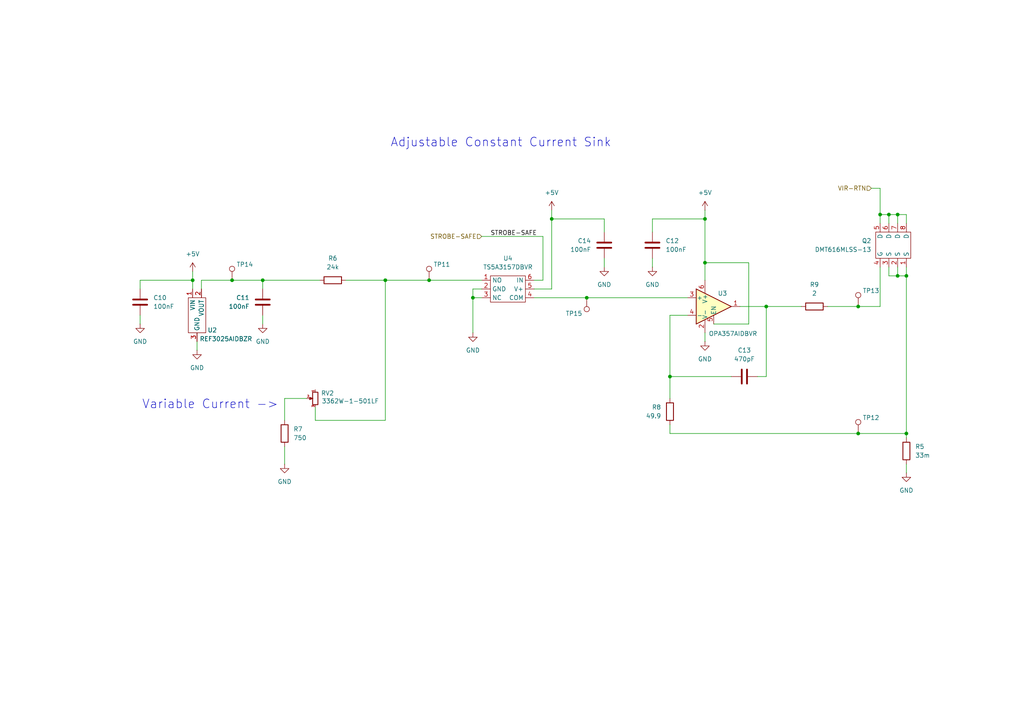
<source format=kicad_sch>
(kicad_sch (version 20250114) (generator "eeschema") (generator_version "9.0")
  (paper "A4")
  (title_block (title "Dual RPi5 Connector Board") (date "2025-09-04") (rev "Rev.1") (company "PiTrac"))
  (lib_symbols
    (symbol "Amplifier_Operational:TLV9061xDBV" (pin_names (offset 0.127))
      (property "Reference" "U3" (at 12.7 6.4202 0))
      (property "Value" "OPA357AIDBVR" (at 12.7 3.8802 0))
      (symbol "TLV9061xDBV_0_1"
        (polyline (pts (xy -5.08 5.08) (xy 5.08 0) (xy -5.08 -5.08) (xy -5.08 5.08)) (stroke (width 0.254)) (fill (type background)))
        (pin power_in line (at -2.54 -7.62 90) (length 3.81) (name "V-") (number "2"))
      )
      (symbol "TLV9061xDBV_1_1"
        (pin input line (at -7.62 2.54 0) (length 2.54) (name "+") (number "3"))
        (pin input line (at -7.62 -2.54 0) (length 2.54) (name "-") (number "4"))
        (pin power_in line (at -2.54 7.62 270) (length 3.81) (name "V+") (number "6"))
        (pin passive line (at 0 -5.08 90) (length 2.54) (name "EN") (number "5"))
        (pin output line (at 7.62 0 180) (length 2.54) (name "~") (number "1"))
      )
    )
    (symbol "Connector:TestPoint" (pin_numbers (hide yes)) (pin_names (offset 0.762) (hide yes))
      (property "Reference" "TP" (at 0 6.858 0))
      (property "Value" "TestPoint" (at 0 5.08 0))
      (symbol "TestPoint_0_1"
        (circle (center 0 3.302) (radius 0.762))
      )
      (symbol "TestPoint_1_1"
        (pin passive line (at 0 0 90) (length 2.54) (name "1") (number "1"))
      )
    )
    (symbol "Device:C" (pin_numbers (hide yes)) (pin_names (offset 0.254))
      (property "Reference" "C" (at 0.635 2.54 0))
      (property "Value" "C" (at 0.635 -2.54 0))
      (symbol "C_0_1"
        (polyline (pts (xy -2.032 0.762) (xy 2.032 0.762)) (stroke (width 0.508)))
        (polyline (pts (xy -2.032 -0.762) (xy 2.032 -0.762)) (stroke (width 0.508)))
      )
      (symbol "C_1_1"
        (pin passive line (at 0 3.81 270) (length 2.794) (name "~") (number "1"))
        (pin passive line (at 0 -3.81 90) (length 2.794) (name "~") (number "2"))
      )
    )
    (symbol "Device:R" (pin_numbers (hide yes)) (pin_names (offset 0))
      (property "Reference" "R" (at 2.032 0 90))
      (property "Value" "R" (at 0 0 90))
      (symbol "R_0_1"
        (rectangle (start -1.016 -2.54) (end 1.016 2.54) (stroke (width 0.254)))
      )
      (symbol "R_1_1"
        (pin passive line (at 0 3.81 270) (length 1.27) (name "~") (number "1"))
        (pin passive line (at 0 -3.81 90) (length 1.27) (name "~") (number "2"))
      )
    )
    (symbol "Device:R_Potentiometer_Small" (pin_names (offset 1.016) (hide yes))
      (property "Reference" "RV" (at -4.445 0 90))
      (property "Value" "R_Potentiometer_Small" (at -2.54 0 90))
      (symbol "R_Potentiometer_Small_0_1"
        (rectangle (start 0.762 1.8034) (end -0.762 -1.8034) (stroke (width 0.254)))
        (polyline (pts (xy 0.889 0) (xy 0.635 0) (xy 1.651 0.381) (xy 1.651 -0.381) (xy 0.635 0) (xy 0.889 0)) (fill (type outline)))
      )
      (symbol "R_Potentiometer_Small_1_1"
        (pin passive line (at 0 2.54 270) (length 0.635) (name "1") (number "1"))
        (pin passive line (at 0 -2.54 90) (length 0.635) (name "3") (number "3"))
        (pin passive line (at 2.54 0 180) (length 0.9906) (name "2") (number "2"))
      )
    )
    (symbol "Pi Connector Parts:DMT6012LSS-13"
      (property "Reference" "Q" (at -3.302 -6.35 0))
      (property "Value" "DMT6012LSS-13" (at 0 0 0))
      (symbol "DMT6012LSS-13_0_1"
        (rectangle (start -3.81 5.08) (end 3.81 -5.08))
      )
      (symbol "DMT6012LSS-13_1_1"
        (pin passive line (at -6.35 3.81 0) (length 2.54) (name "S") (number "1"))
        (pin passive line (at -6.35 1.27 0) (length 2.54) (name "S") (number "2"))
        (pin passive line (at -6.35 -1.27 0) (length 2.54) (name "S") (number "3"))
        (pin passive line (at -6.35 -3.81 0) (length 2.54) (name "G") (number "4"))
        (pin passive line (at 6.35 3.81 180) (length 2.54) (name "D") (number "8"))
        (pin passive line (at 6.35 1.27 180) (length 2.54) (name "D") (number "7"))
        (pin passive line (at 6.35 -1.27 180) (length 2.54) (name "D") (number "6"))
        (pin passive line (at 6.35 -3.81 180) (length 2.54) (name "D") (number "5"))
      )
    )
    (symbol "Pi Connector Parts:REF3025AIDBZR"
      (property "Reference" "U" (at -4.572 -3.556 0))
      (symbol "REF3025AIDBZR_0_1"
        (rectangle (start -5.08 2.54) (end 5.08 -2.54))
      )
      (symbol "REF3025AIDBZR_1_1"
        (pin passive line (at -7.62 1.27 0) (length 2.54) (name "VIN") (number "1"))
        (pin passive line (at -7.62 -1.27 0) (length 2.54) (name "VOUT") (number "2"))
        (pin passive line (at 7.62 0 180) (length 2.54) (name "GND") (number "3"))
      )
    )
    (symbol "Pi Connector Parts:TS5A3157DBVR"
      (property "Reference" "U" (at -4.572 4.826 0))
      (property "Value" "TS5A3157DBVR" (at 0 0 0))
      (symbol "TS5A3157DBVR_0_1"
        (rectangle (start -5.08 3.81) (end 5.08 -3.81))
      )
      (symbol "TS5A3157DBVR_1_1"
        (pin passive line (at -7.62 2.54 0) (length 2.54) (name "NO") (number "1"))
        (pin passive line (at -7.62 0 0) (length 2.54) (name "GND") (number "2"))
        (pin passive line (at -7.62 -2.54 0) (length 2.54) (name "NC") (number "3"))
        (pin passive line (at 7.62 2.54 180) (length 2.54) (name "IN") (number "6"))
        (pin passive line (at 7.62 0 180) (length 2.54) (name "V+") (number "5"))
        (pin passive line (at 7.62 -2.54 180) (length 2.54) (name "COM") (number "4"))
      )
    )
    (symbol "power:+5V" (power) (pin_numbers (hide yes)) (pin_names (offset 0) (hide yes))
      (property "Value" "+5V" (at 0 3.556 0))
      (symbol "+5V_0_1"
        (polyline (pts (xy -0.762 1.27) (xy 0 2.54)))
        (polyline (pts (xy 0 2.54) (xy 0.762 1.27)))
        (polyline (pts (xy 0 0) (xy 0 2.54)))
      )
      (symbol "+5V_1_1"
        (pin power_in line (at 0 0 90) (length 0) (name "~") (number "1"))
      )
    )
    (symbol "power:GND" (power) (pin_numbers (hide yes)) (pin_names (offset 0) (hide yes))
      (property "Value" "GND" (at 0 -3.81 0))
      (symbol "GND_0_1"
        (polyline (pts (xy 0 0) (xy 0 -1.27) (xy 1.27 -1.27) (xy 0 -2.54) (xy -1.27 -1.27) (xy 0 -1.27)))
      )
      (symbol "GND_1_1"
        (pin power_in line (at 0 0 270) (length 0) (name "~") (number "1"))
      )
    )
  )
  (text "Variable Current ->" (at 60.96 117.348 0) (effects (font (size 2.54 2.54))))
  (text "Adjustable Constant Current Sink" (at 145.288 41.402 0) (effects (font (size 2.54 2.54))))
  (junction (at 262.89 80.01))
  (junction (at 248.92 88.9))
  (junction (at 204.47 76.2))
  (junction (at 137.16 86.36))
  (junction (at 255.27 62.23))
  (junction (at 124.46 81.28))
  (junction (at 55.88 81.28))
  (junction (at 170.18 86.36))
  (junction (at 204.47 63.5))
  (junction (at 160.02 63.5))
  (junction (at 262.89 125.73))
  (junction (at 194.31 109.22))
  (junction (at 67.31 81.28))
  (junction (at 111.76 81.28))
  (junction (at 257.81 62.23))
  (junction (at 222.25 88.9))
  (junction (at 76.2 81.28))
  (junction (at 260.35 80.01))
  (junction (at 260.35 62.23))
  (junction (at 248.92 125.73))
  (wire (pts (xy 260.35 62.23) (xy 257.81 62.23)))
  (wire (pts (xy 257.81 62.23) (xy 257.81 64.77)))
  (wire (pts (xy 262.89 62.23) (xy 260.35 62.23)))
  (wire (pts (xy 240.03 88.9) (xy 248.92 88.9)))
  (wire (pts (xy 40.64 81.28) (xy 55.88 81.28)))
  (wire (pts (xy 194.31 123.19) (xy 194.31 125.73)))
  (wire (pts (xy 204.47 76.2) (xy 204.47 81.28)))
  (wire (pts (xy 262.89 77.47) (xy 262.89 80.01)))
  (wire (pts (xy 189.23 63.5) (xy 204.47 63.5)))
  (wire (pts (xy 214.63 88.9) (xy 222.25 88.9)))
  (wire (pts (xy 175.26 63.5) (xy 160.02 63.5)))
  (wire (pts (xy 40.64 91.44) (xy 40.64 93.98)))
  (wire (pts (xy 82.55 115.57) (xy 88.9 115.57)))
  (wire (pts (xy 76.2 91.44) (xy 76.2 93.98)))
  (wire (pts (xy 204.47 96.52) (xy 204.47 99.06)))
  (wire (pts (xy 137.16 86.36) (xy 137.16 96.52)))
  (wire (pts (xy 189.23 63.5) (xy 189.23 67.31)))
  (wire (pts (xy 111.76 81.28) (xy 124.46 81.28)))
  (wire (pts (xy 111.76 81.28) (xy 111.76 121.92)))
  (wire (pts (xy 139.7 83.82) (xy 137.16 83.82)))
  (wire (pts (xy 67.31 81.28) (xy 76.2 81.28)))
  (wire (pts (xy 255.27 62.23) (xy 255.27 64.77)))
  (wire (pts (xy 91.44 121.92) (xy 91.44 118.11)))
  (wire (pts (xy 111.76 121.92) (xy 91.44 121.92)))
  (wire (pts (xy 160.02 63.5) (xy 160.02 83.82)))
  (wire (pts (xy 260.35 62.23) (xy 260.35 64.77)))
  (wire (pts (xy 255.27 54.61) (xy 252.73 54.61)))
  (wire (pts (xy 194.31 125.73) (xy 248.92 125.73)))
  (wire (pts (xy 262.89 125.73) (xy 262.89 127)))
  (wire (pts (xy 199.39 91.44) (xy 194.31 91.44)))
  (wire (pts (xy 255.27 62.23) (xy 255.27 54.61)))
  (wire (pts (xy 262.89 134.62) (xy 262.89 137.16)))
  (wire (pts (xy 204.47 63.5) (xy 204.47 76.2)))
  (wire (pts (xy 170.18 86.36) (xy 199.39 86.36)))
  (wire (pts (xy 255.27 88.9) (xy 255.27 77.47)))
  (wire (pts (xy 194.31 91.44) (xy 194.31 109.22)))
  (wire (pts (xy 57.15 99.06) (xy 57.15 101.6)))
  (wire (pts (xy 257.81 77.47) (xy 257.81 80.01)))
  (wire (pts (xy 248.92 88.9) (xy 255.27 88.9)))
  (wire (pts (xy 217.17 93.98) (xy 217.17 76.2)))
  (wire (pts (xy 58.42 81.28) (xy 58.42 83.82)))
  (wire (pts (xy 55.88 81.28) (xy 55.88 83.82)))
  (wire (pts (xy 154.94 86.36) (xy 170.18 86.36)))
  (wire (pts (xy 137.16 83.82) (xy 137.16 86.36)))
  (wire (pts (xy 76.2 83.82) (xy 76.2 81.28)))
  (wire (pts (xy 260.35 80.01) (xy 257.81 80.01)))
  (wire (pts (xy 217.17 76.2) (xy 204.47 76.2)))
  (wire (pts (xy 160.02 60.96) (xy 160.02 63.5)))
  (wire (pts (xy 154.94 83.82) (xy 160.02 83.82)))
  (wire (pts (xy 40.64 83.82) (xy 40.64 81.28)))
  (wire (pts (xy 207.01 93.98) (xy 217.17 93.98)))
  (wire (pts (xy 76.2 81.28) (xy 92.71 81.28)))
  (wire (pts (xy 262.89 80.01) (xy 260.35 80.01)))
  (wire (pts (xy 222.25 88.9) (xy 222.25 109.22)))
  (wire (pts (xy 222.25 88.9) (xy 232.41 88.9)))
  (wire (pts (xy 194.31 109.22) (xy 194.31 115.57)))
  (wire (pts (xy 139.7 68.58) (xy 157.48 68.58)))
  (wire (pts (xy 124.46 81.28) (xy 139.7 81.28)))
  (wire (pts (xy 82.55 129.54) (xy 82.55 134.62)))
  (wire (pts (xy 257.81 62.23) (xy 255.27 62.23)))
  (wire (pts (xy 175.26 74.93) (xy 175.26 77.47)))
  (wire (pts (xy 100.33 81.28) (xy 111.76 81.28)))
  (wire (pts (xy 82.55 115.57) (xy 82.55 121.92)))
  (wire (pts (xy 204.47 60.96) (xy 204.47 63.5)))
  (wire (pts (xy 58.42 81.28) (xy 67.31 81.28)))
  (wire (pts (xy 260.35 77.47) (xy 260.35 80.01)))
  (wire (pts (xy 219.71 109.22) (xy 222.25 109.22)))
  (wire (pts (xy 154.94 81.28) (xy 157.48 81.28)))
  (wire (pts (xy 175.26 63.5) (xy 175.26 67.31)))
  (wire (pts (xy 189.23 74.93) (xy 189.23 77.47)))
  (wire (pts (xy 262.89 62.23) (xy 262.89 64.77)))
  (wire (pts (xy 248.92 125.73) (xy 262.89 125.73)))
  (wire (pts (xy 55.88 78.74) (xy 55.88 81.28)))
  (wire (pts (xy 262.89 80.01) (xy 262.89 125.73)))
  (wire (pts (xy 157.48 81.28) (xy 157.48 68.58)))
  (wire (pts (xy 194.31 109.22) (xy 212.09 109.22)))
  (wire (pts (xy 137.16 86.36) (xy 139.7 86.36)))
  (label "STROBE-SAFE" (at 142.24 68.58 0))
  (hierarchical_label "VIR-RTN" (shape input) (at 252.73 54.61 180))
  (hierarchical_label "STROBE-SAFE" (shape input) (at 139.7 68.58 180))
  (symbol (lib_id "Device:C") (at 40.64 87.63 0) (unit 1)
    (property "Reference" "C10" (at 44.45 86.3599 0) (effects (justify left)))
    (property "Value" "100nF" (at 44.45 88.8999 0) (effects (justify left)))
    (property "Footprint" "Capacitor_SMD:C_0603_1608Metric_Pad1.08x0.95mm_HandSolder" (effects (hide yes)))
    (property "Datasheet" "https://pim.murata.com/en-us/pim/details/?partNum=GCJ188R71H104KA12D" (effects (hide yes)))
    (property "Description" "Unpolarized capacitor" (effects (hide yes)))
    (property "Part Number" "GCJ188R71H104KA12D" (effects (hide yes)))
  )
  (symbol (lib_id "power:GND") (at 82.55 134.62 0) (mirror y) (unit 1)
    (property "Reference" "#PWR010" (effects (hide yes)))
    (property "Value" "GND" (at 82.55 139.7 0))
    (property "Description" "Power symbol creates a global label with name \"GND\" , ground" (effects (hide yes)))
  )
  (symbol (lib_id "Pi Connector Parts:DMT6012LSS-13") (at 259.08 71.12 270) (mirror x) (unit 1)
    (property "Reference" "Q2" (at 252.73 69.8499 90) (effects (justify right)))
    (property "Value" "DMT616MLSS-13" (at 252.73 72.3899 90) (effects (justify right)))
    (property "Footprint" "Pi Connector Parts:SOIC-8_3.9x4.9mm_P1.27mm_HandSolder" (effects (hide yes)))
    (property "Datasheet" "https://www.diodes.com/assets/Datasheets/DMT616MLSS.pdf" (effects (hide yes)))
  )
  (symbol (lib_id "Device:C") (at 175.26 71.12 0) (mirror y) (unit 1)
    (property "Reference" "C14" (at 171.45 69.8499 0) (effects (justify left)))
    (property "Value" "100nF" (at 171.45 72.3899 0) (effects (justify left)))
    (property "Footprint" "Capacitor_SMD:C_0603_1608Metric_Pad1.08x0.95mm_HandSolder" (effects (hide yes)))
    (property "Datasheet" "https://pim.murata.com/en-us/pim/details/?partNum=GCJ188R71H104KA12D" (effects (hide yes)))
    (property "Description" "Unpolarized capacitor" (effects (hide yes)))
    (property "Part Number" "GCJ188R71H104KA12D" (effects (hide yes)))
  )
  (symbol (lib_id "Device:R") (at 236.22 88.9 270) (unit 1)
    (property "Reference" "R9" (at 236.22 82.55 90))
    (property "Value" "2" (at 236.22 85.09 90))
    (property "Footprint" "Resistor_SMD:R_0603_1608Metric_Pad0.98x0.95mm_HandSolder" (effects (hide yes)))
    (property "Description" "Resistor" (effects (hide yes)))
    (property "Part Number" "RC0603JR-072RL" (effects (hide yes)))
  )
  (symbol (lib_id "power:GND") (at 175.26 77.47 0) (mirror y) (unit 1)
    (property "Reference" "#PWR036" (effects (hide yes)))
    (property "Value" "GND" (at 175.26 82.55 0))
    (property "Description" "Power symbol creates a global label with name \"GND\" , ground" (effects (hide yes)))
  )
  (symbol (lib_id "Connector:TestPoint") (at 170.18 86.36 180) (unit 1)
    (property "Reference" "TP15" (at 168.91 90.932 0) (effects (justify left)))
    (property "Value" "TestPoint" (effects (hide yes)))
    (property "Footprint" "TestPoint:TestPoint_Pad_D1.0mm" (effects (hide yes)))
    (property "Description" "test point" (effects (hide yes)))
  )
  (symbol (lib_id "power:GND") (at 57.15 101.6 0) (unit 1)
    (property "Reference" "#PWR028" (effects (hide yes)))
    (property "Value" "GND" (at 57.15 106.68 0))
    (property "Description" "Power symbol creates a global label with name \"GND\" , ground" (effects (hide yes)))
  )
  (symbol (lib_id "power:GND") (at 76.2 93.98 0) (mirror y) (unit 1)
    (property "Reference" "#PWR031" (effects (hide yes)))
    (property "Value" "GND" (at 76.2 99.06 0))
    (property "Description" "Power symbol creates a global label with name \"GND\" , ground" (effects (hide yes)))
  )
  (symbol (lib_id "Device:R") (at 262.89 130.81 0) (unit 1)
    (property "Reference" "R5" (at 265.43 129.5399 0) (effects (justify left)))
    (property "Value" "33m" (at 265.43 132.0799 0) (effects (justify left)))
    (property "Footprint" "Resistor_SMD:R_1206_3216Metric_Pad1.30x1.75mm_HandSolder" (effects (hide yes)))
    (property "Description" "Resistor" (effects (hide yes)))
    (property "Part Number" "RL1206FR-7W0R033L" (effects (hide yes)))
  )
  (symbol (lib_id "Connector:TestPoint") (at 248.92 125.73 0) (unit 1)
    (property "Reference" "TP12" (at 250.19 121.158 0) (effects (justify left)))
    (property "Value" "TestPoint" (effects (hide yes)))
    (property "Footprint" "TestPoint:TestPoint_Pad_D1.0mm" (effects (hide yes)))
    (property "Description" "test point" (effects (hide yes)))
  )
  (symbol (lib_id "Pi Connector Parts:REF3025AIDBZR") (at 57.15 91.44 90) (mirror x) (unit 1)
    (property "Reference" "U2" (at 60.198 95.758 90) (effects (justify right)))
    (property "Value" "REF3025AIDBZR" (at 57.912 98.298 90) (effects (justify right)))
    (property "Footprint" "Package_TO_SOT_SMD:SOT-23-3" (effects (hide yes)))
    (property "Datasheet" "https://www.ti.com/lit/ds/symlink/ref30.pdf" (effects (hide yes)))
  )
  (symbol (lib_id "power:+5V") (at 55.88 78.74 0) (unit 1)
    (property "Reference" "#PWR029" (effects (hide yes)))
    (property "Value" "+5V" (at 55.88 73.66 0))
    (property "Description" "Power symbol creates a global label with name \"+5V\"" (effects (hide yes)))
  )
  (symbol (lib_id "power:+5V") (at 204.47 60.96 0) (unit 1)
    (property "Reference" "#PWR033" (effects (hide yes)))
    (property "Value" "+5V" (at 204.47 55.88 0))
    (property "Description" "Power symbol creates a global label with name \"+5V\"" (effects (hide yes)))
  )
  (symbol (lib_id "Device:R") (at 82.55 125.73 180) (unit 1)
    (property "Reference" "R7" (at 85.09 124.4599 0) (effects (justify right)))
    (property "Value" "750" (at 85.09 126.9999 0) (effects (justify right)))
    (property "Footprint" "Resistor_SMD:R_0603_1608Metric_Pad0.98x0.95mm_HandSolder" (effects (hide yes)))
    (property "Description" "Resistor" (effects (hide yes)))
    (property "Part Number" "RC0603FR-10750RL" (effects (hide yes)))
  )
  (symbol (lib_id "Device:C") (at 76.2 87.63 0) (mirror y) (unit 1)
    (property "Reference" "C11" (at 72.39 86.3599 0) (effects (justify left)))
    (property "Value" "100nF" (at 72.39 88.8999 0) (effects (justify left)))
    (property "Footprint" "Capacitor_SMD:C_0603_1608Metric_Pad1.08x0.95mm_HandSolder" (effects (hide yes)))
    (property "Datasheet" "https://pim.murata.com/en-us/pim/details/?partNum=GCJ188R71H104KA12D" (effects (hide yes)))
    (property "Description" "Unpolarized capacitor" (effects (hide yes)))
    (property "Part Number" "GCJ188R71H104KA12D" (effects (hide yes)))
  )
  (symbol (lib_id "power:GND") (at 137.16 96.52 0) (mirror y) (unit 1)
    (property "Reference" "#PWR039" (effects (hide yes)))
    (property "Value" "GND" (at 137.16 101.6 0))
    (property "Description" "Power symbol creates a global label with name \"GND\" , ground" (effects (hide yes)))
  )
  (symbol (lib_id "Connector:TestPoint") (at 248.92 88.9 0) (unit 1)
    (property "Reference" "TP13" (at 250.19 84.328 0) (effects (justify left)))
    (property "Value" "TestPoint" (effects (hide yes)))
    (property "Footprint" "TestPoint:TestPoint_Pad_D1.0mm" (effects (hide yes)))
    (property "Description" "test point" (effects (hide yes)))
  )
  (symbol (lib_id "Device:R") (at 194.31 119.38 0) (mirror x) (unit 1)
    (property "Reference" "R8" (at 191.77 118.1099 0) (effects (justify right)))
    (property "Value" "49.9" (at 191.77 120.6499 0) (effects (justify right)))
    (property "Footprint" "Resistor_SMD:R_0603_1608Metric_Pad0.98x0.95mm_HandSolder" (effects (hide yes)))
    (property "Description" "Resistor" (effects (hide yes)))
    (property "Part Number" "RC0603FR-1349R9L" (effects (hide yes)))
  )
  (symbol (lib_id "Device:C") (at 215.9 109.22 90) (unit 1)
    (property "Reference" "C13" (at 215.9 101.6 90))
    (property "Value" "470pF" (at 215.9 104.14 90))
    (property "Footprint" "Capacitor_SMD:C_0603_1608Metric_Pad1.08x0.95mm_HandSolder" (effects (hide yes)))
    (property "Datasheet" "https://pim.murata.com/en-us/pim/details/?partNum=GCM1885C1H471JA16%23" (effects (hide yes)))
    (property "Description" "Unpolarized capacitor" (effects (hide yes)))
    (property "Part Number" "GCM1885C1H471JA16J" (effects (hide yes)))
  )
  (symbol (lib_id "Amplifier_Operational:TLV9061xDBV") (at 207.01 88.9 0) (unit 1)
    (property "Reference" "U3" (at 209.55 85.09 0))
    (property "Value" "OPA357AIDBVR" (at 212.598 96.774 0))
    (property "Footprint" "Package_TO_SOT_SMD:SOT-23-6_Handsoldering" (effects (hide yes)))
    (property "Datasheet" "https://rocelec.widen.net/view/pdf/tqd35j5qps/opa2357.pdf" (effects (hide yes)))
  )
  (symbol (lib_id "power:GND") (at 189.23 77.47 0) (unit 1)
    (property "Reference" "#PWR032" (effects (hide yes)))
    (property "Value" "GND" (at 189.23 82.55 0))
    (property "Description" "Power symbol creates a global label with name \"GND\" , ground" (effects (hide yes)))
  )
  (symbol (lib_id "Connector:TestPoint") (at 124.46 81.28 0) (unit 1)
    (property "Reference" "TP11" (at 125.73 76.708 0) (effects (justify left)))
    (property "Value" "TestPoint" (effects (hide yes)))
    (property "Footprint" "TestPoint:TestPoint_Pad_D1.0mm" (effects (hide yes)))
    (property "Description" "test point" (effects (hide yes)))
  )
  (symbol (lib_id "Device:R") (at 96.52 81.28 90) (unit 1)
    (property "Reference" "R6" (at 96.52 74.93 90))
    (property "Value" "24k" (at 96.52 77.47 90))
    (property "Footprint" "Resistor_SMD:R_0603_1608Metric_Pad0.98x0.95mm_HandSolder" (effects (hide yes)))
    (property "Description" "Resistor" (effects (hide yes)))
    (property "Part Number" "RC0603FR-1024KL" (effects (hide yes)))
  )
  (symbol (lib_id "Device:C") (at 189.23 71.12 0) (unit 1)
    (property "Reference" "C12" (at 193.04 69.8499 0) (effects (justify left)))
    (property "Value" "100nF" (at 193.04 72.3899 0) (effects (justify left)))
    (property "Footprint" "Capacitor_SMD:C_0603_1608Metric_Pad1.08x0.95mm_HandSolder" (effects (hide yes)))
    (property "Datasheet" "https://pim.murata.com/en-us/pim/details/?partNum=GCJ188R71H104KA12D" (effects (hide yes)))
    (property "Description" "Unpolarized capacitor" (effects (hide yes)))
    (property "Part Number" "GCJ188R71H104KA12D" (effects (hide yes)))
  )
  (symbol (lib_id "Pi Connector Parts:TS5A3157DBVR") (at 147.32 83.82 0) (unit 1)
    (property "Reference" "U4" (at 147.32 74.93 0))
    (property "Value" "TS5A3157DBVR" (at 147.32 77.47 0))
    (property "Footprint" "Package_TO_SOT_SMD:SOT-23-6_Handsoldering" (effects (hide yes)))
    (property "Datasheet" "https://www.ti.com/lit/ds/symlink/ts5a3157.pdf" (effects (hide yes)))
  )
  (symbol (lib_id "Connector:TestPoint") (at 67.31 81.28 0) (unit 1)
    (property "Reference" "TP14" (at 68.58 76.708 0) (effects (justify left)))
    (property "Value" "TestPoint" (effects (hide yes)))
    (property "Footprint" "TestPoint:TestPoint_Pad_D1.0mm" (effects (hide yes)))
    (property "Description" "test point" (effects (hide yes)))
  )
  (symbol (lib_id "power:GND") (at 204.47 99.06 0) (mirror y) (unit 1)
    (property "Reference" "#PWR035" (effects (hide yes)))
    (property "Value" "GND" (at 204.47 104.14 0))
    (property "Description" "Power symbol creates a global label with name \"GND\" , ground" (effects (hide yes)))
  )
  (symbol (lib_id "power:GND") (at 40.64 93.98 0) (unit 1)
    (property "Reference" "#PWR030" (effects (hide yes)))
    (property "Value" "GND" (at 40.64 99.06 0))
    (property "Description" "Power symbol creates a global label with name \"GND\" , ground" (effects (hide yes)))
  )
  (symbol (lib_id "Device:R_Potentiometer_Small") (at 91.44 115.57 0) (mirror y) (unit 1)
    (property "Reference" "RV2" (at 94.996 114.046 0))
    (property "Value" "3362W-1-501LF" (at 101.6 116.332 0))
    (property "Footprint" "Pi Connector Parts:3362W-1-501LF" (effects (hide yes)))
    (property "Datasheet" "https://www.bourns.com/docs/Product-Datasheets/3362.pdf" (effects (hide yes)))
    (property "Description" "Potentiometer" (effects (hide yes)))
  )
  (symbol (lib_id "power:GND") (at 262.89 137.16 0) (unit 1)
    (property "Reference" "#PWR027" (effects (hide yes)))
    (property "Value" "GND" (at 262.89 142.24 0))
    (property "Description" "Power symbol creates a global label with name \"GND\" , ground" (effects (hide yes)))
  )
  (symbol (lib_id "power:+5V") (at 160.02 60.96 0) (unit 1)
    (property "Reference" "#PWR038" (effects (hide yes)))
    (property "Value" "+5V" (at 160.02 55.88 0))
    (property "Description" "Power symbol creates a global label with name \"+5V\"" (effects (hide yes)))
  )
)
</source>
